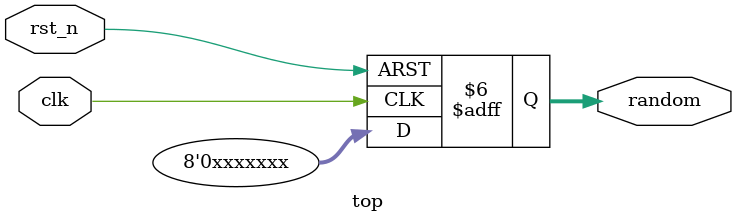
<source format=v>
module top(
    input wire clk,          // 时钟信号
    input wire rst_n,        // 低电平复位
    output reg [7:0] random  // 8 位伪随机数输出
);

    wire feedback;
    assign feedback = random[4] ^ random[3] ^ random[2] ^ random[0];
    always @(posedge clk or negedge rst_n) begin
        if (!rst_n)
            random <= 8'b00000001;  // 初始状态为非零
        else
            // 右移并将 feedback 放入最高位
            random <= {feedbackrandom[6:0]};
    end

endmodule

</source>
